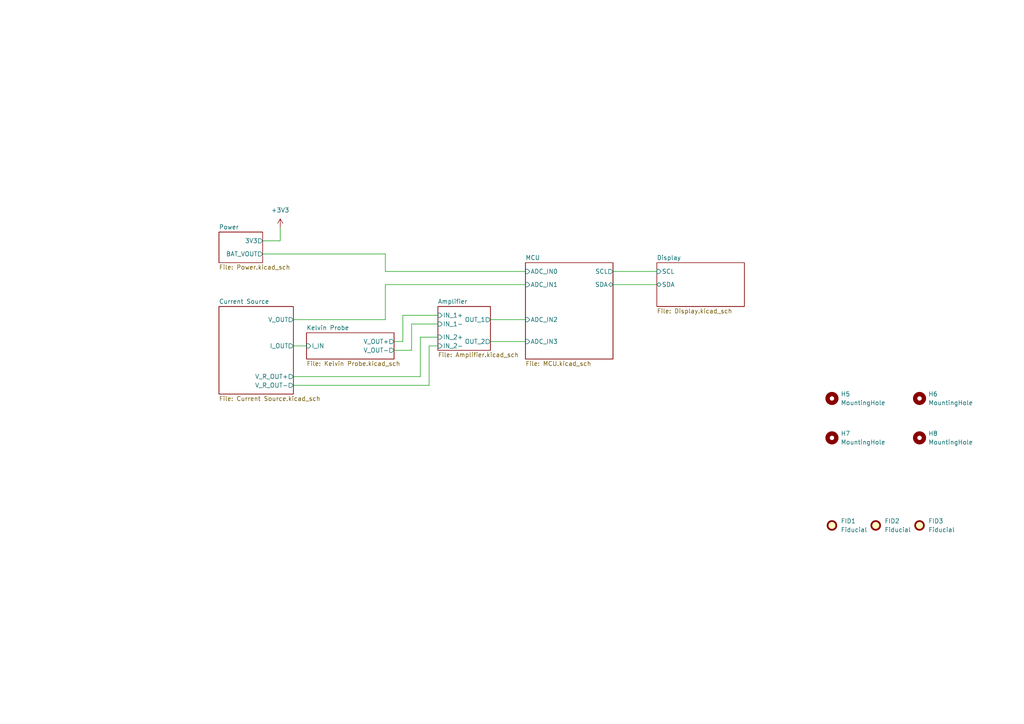
<source format=kicad_sch>
(kicad_sch (version 20250114) (generator "eeschema") (generator_version "9.0")
  (paper "A4")
  (title_block (rev "${REVISION}"))
  (lib_symbols
    (symbol "Mechanical:Fiducial" (in_bom no)
      (property "Reference" "FID" (at 0 5.08 0))
      (property "Value" "Fiducial" (at 0 3.175 0))
      (symbol "Fiducial_0_1"
        (circle (center 0 0) (radius 1.27) (stroke (width 0.508)) (fill (type background)))
      )
    )
    (symbol "Mechanical:MountingHole" (pin_names (offset 1.016)) (in_bom no)
      (property "Reference" "H" (at 0 5.08 0))
      (property "Value" "MountingHole" (at 0 3.175 0))
      (symbol "MountingHole_0_1"
        (circle (center 0 0) (radius 1.27) (stroke (width 1.27)))
      )
    )
    (symbol "power:+3V3" (power) (pin_numbers (hide yes)) (pin_names (offset 0) (hide yes))
      (property "Value" "+3V3" (at 0 3.556 0))
      (symbol "+3V3_0_1"
        (polyline (pts (xy -0.762 1.27) (xy 0 2.54)))
        (polyline (pts (xy 0 2.54) (xy 0.762 1.27)))
        (polyline (pts (xy 0 0) (xy 0 2.54)))
      )
      (symbol "+3V3_1_1"
        (pin power_in line (at 0 0 90) (length 0) (name "~") (number "1"))
      )
    )
  )
  (wire (pts (xy 142.24 99.06) (xy 152.4 99.06)))
  (wire (pts (xy 111.76 73.66) (xy 111.76 78.74)))
  (wire (pts (xy 116.84 91.44) (xy 127 91.44)))
  (wire (pts (xy 124.46 100.33) (xy 127 100.33)))
  (wire (pts (xy 81.28 66.04) (xy 81.28 69.85)))
  (wire (pts (xy 142.24 92.71) (xy 152.4 92.71)))
  (wire (pts (xy 85.09 111.76) (xy 124.46 111.76)))
  (wire (pts (xy 119.38 101.6) (xy 114.3 101.6)))
  (wire (pts (xy 177.8 82.55) (xy 190.5 82.55)))
  (wire (pts (xy 121.92 97.79) (xy 127 97.79)))
  (wire (pts (xy 76.2 69.85) (xy 81.28 69.85)))
  (wire (pts (xy 121.92 109.22) (xy 121.92 97.79)))
  (wire (pts (xy 124.46 111.76) (xy 124.46 100.33)))
  (wire (pts (xy 111.76 78.74) (xy 152.4 78.74)))
  (wire (pts (xy 111.76 92.71) (xy 111.76 82.55)))
  (wire (pts (xy 85.09 92.71) (xy 111.76 92.71)))
  (wire (pts (xy 85.09 109.22) (xy 121.92 109.22)))
  (wire (pts (xy 116.84 99.06) (xy 116.84 91.44)))
  (wire (pts (xy 114.3 99.06) (xy 116.84 99.06)))
  (wire (pts (xy 127 93.98) (xy 119.38 93.98)))
  (wire (pts (xy 85.09 100.33) (xy 88.9 100.33)))
  (wire (pts (xy 119.38 93.98) (xy 119.38 101.6)))
  (wire (pts (xy 76.2 73.66) (xy 111.76 73.66)))
  (wire (pts (xy 111.76 82.55) (xy 152.4 82.55)))
  (wire (pts (xy 177.8 78.74) (xy 190.5 78.74)))
  (symbol (lib_id "power:+3V3") (at 81.28 66.04 0) (unit 1)
    (property "Reference" "#PWR05" (effects (hide yes)))
    (property "Value" "+3V3" (at 81.28 60.96 0))
    (property "Description" "Power symbol creates a global label with name \"+3V3\"" (effects (hide yes)))
  )
  (symbol (lib_id "Mechanical:MountingHole") (at 266.7 127 0) (unit 1) (in_bom no)
    (property "Reference" "H8" (at 269.24 125.7299 0) (effects (justify left)))
    (property "Value" "MountingHole" (at 269.24 128.2699 0) (effects (justify left)))
    (property "Footprint" "MountingHole:MountingHole_3.2mm_M3" (effects (hide yes)))
    (property "Description" "Mounting Hole without connection" (effects (hide yes)))
  )
  (symbol (lib_id "Mechanical:Fiducial") (at 254 152.4 0) (unit 1) (in_bom no)
    (property "Reference" "FID2" (at 256.54 151.1299 0) (effects (justify left)))
    (property "Value" "Fiducial" (at 256.54 153.6699 0) (effects (justify left)))
    (property "Footprint" "Fiducial:Fiducial_1mm_Mask2mm" (effects (hide yes)))
    (property "Description" "Fiducial Marker" (effects (hide yes)))
  )
  (symbol (lib_id "Mechanical:Fiducial") (at 241.3 152.4 0) (unit 1) (in_bom no)
    (property "Reference" "FID1" (at 243.84 151.1299 0) (effects (justify left)))
    (property "Value" "Fiducial" (at 243.84 153.6699 0) (effects (justify left)))
    (property "Footprint" "Fiducial:Fiducial_1mm_Mask2mm" (effects (hide yes)))
    (property "Description" "Fiducial Marker" (effects (hide yes)))
  )
  (symbol (lib_id "Mechanical:MountingHole") (at 241.3 115.57 0) (unit 1) (in_bom no)
    (property "Reference" "H5" (at 243.84 114.2999 0) (effects (justify left)))
    (property "Value" "MountingHole" (at 243.84 116.8399 0) (effects (justify left)))
    (property "Footprint" "MountingHole:MountingHole_3.2mm_M3" (effects (hide yes)))
    (property "Description" "Mounting Hole without connection" (effects (hide yes)))
  )
  (symbol (lib_id "Mechanical:MountingHole") (at 266.7 115.57 0) (unit 1) (in_bom no)
    (property "Reference" "H6" (at 269.24 114.2999 0) (effects (justify left)))
    (property "Value" "MountingHole" (at 269.24 116.8399 0) (effects (justify left)))
    (property "Footprint" "MountingHole:MountingHole_3.2mm_M3" (effects (hide yes)))
    (property "Description" "Mounting Hole without connection" (effects (hide yes)))
  )
  (symbol (lib_id "Mechanical:Fiducial") (at 266.7 152.4 0) (unit 1) (in_bom no)
    (property "Reference" "FID3" (at 269.24 151.1299 0) (effects (justify left)))
    (property "Value" "Fiducial" (at 269.24 153.6699 0) (effects (justify left)))
    (property "Footprint" "Fiducial:Fiducial_1mm_Mask2mm" (effects (hide yes)))
    (property "Description" "Fiducial Marker" (effects (hide yes)))
  )
  (symbol (lib_id "Mechanical:MountingHole") (at 241.3 127 0) (unit 1) (in_bom no)
    (property "Reference" "H7" (at 243.84 125.7299 0) (effects (justify left)))
    (property "Value" "MountingHole" (at 243.84 128.2699 0) (effects (justify left)))
    (property "Footprint" "MountingHole:MountingHole_3.2mm_M3" (effects (hide yes)))
    (property "Description" "Mounting Hole without connection" (effects (hide yes)))
  )
  (sheet (at 63.5 67.31) (size 12.7 8.89) (stroke (width 0.1524))
    (property "Sheetname" "Power" (at 63.5 66.5984 0) (effects (justify left bottom)))
    (property "Sheetfile" "Power.kicad_sch" (at 63.5 76.7846 0) (effects (justify left top)))
    (pin "3V3" output (at 76.2 69.85 0))
    (pin "BAT_VOUT" output (at 76.2 73.66 0))
  )
  (sheet (at 190.5 76.2) (size 25.4 12.7) (stroke (width 0.1524))
    (property "Sheetname" "Display" (at 190.5 75.4884 0) (effects (justify left bottom)))
    (property "Sheetfile" "Display.kicad_sch" (at 190.5 89.4846 0) (effects (justify left top)))
    (pin "SCL" input (at 190.5 78.74 180))
    (pin "SDA" bidirectional (at 190.5 82.55 180))
  )
  (sheet (at 152.4 76.2) (size 25.4 27.94) (stroke (width 0.1524))
    (property "Sheetname" "MCU" (at 152.4 75.4884 0) (effects (justify left bottom)))
    (property "Sheetfile" "MCU.kicad_sch" (at 152.4 104.7246 0) (effects (justify left top)))
    (pin "ADC_IN0" input (at 152.4 78.74 180))
    (pin "ADC_IN1" input (at 152.4 82.55 180))
    (pin "ADC_IN2" input (at 152.4 92.71 180))
    (pin "SCL" output (at 177.8 78.74 0))
    (pin "SDA" bidirectional (at 177.8 82.55 0))
    (pin "ADC_IN3" input (at 152.4 99.06 180))
  )
  (sheet (at 127 88.9) (size 15.24 12.7) (stroke (width 0.1524))
    (property "Sheetname" "Amplifier" (at 127 88.1884 0) (effects (justify left bottom)))
    (property "Sheetfile" "Amplifier.kicad_sch" (at 127 102.1846 0) (effects (justify left top)))
    (pin "OUT_1" output (at 142.24 92.71 0))
    (pin "IN_1+" input (at 127 91.44 180))
    (pin "IN_1-" input (at 127 93.98 180))
    (pin "IN_2+" input (at 127 97.79 180))
    (pin "OUT_2" output (at 142.24 99.06 0))
    (pin "IN_2-" input (at 127 100.33 180))
  )
  (sheet (at 63.5 88.9) (size 21.59 25.4) (stroke (width 0.1524))
    (property "Sheetname" "Current Source" (at 63.5 88.1884 0) (effects (justify left bottom)))
    (property "Sheetfile" "Current Source.kicad_sch" (at 63.5 114.8846 0) (effects (justify left top)))
    (pin "I_OUT" output (at 85.09 100.33 0))
    (pin "V_OUT" output (at 85.09 92.71 0))
    (pin "V_R_OUT+" output (at 85.09 109.22 0))
    (pin "V_R_OUT-" output (at 85.09 111.76 0))
  )
  (sheet (at 88.9 96.52) (size 25.4 7.62) (stroke (width 0.1524))
    (property "Sheetname" "Kelvin Probe" (at 88.9 95.8084 0) (effects (justify left bottom)))
    (property "Sheetfile" "Kelvin Probe.kicad_sch" (at 88.9 104.7246 0) (effects (justify left top)))
    (pin "I_IN" input (at 88.9 100.33 180))
    (pin "V_OUT+" output (at 114.3 99.06 0))
    (pin "V_OUT-" output (at 114.3 101.6 0))
  )
)
</source>
